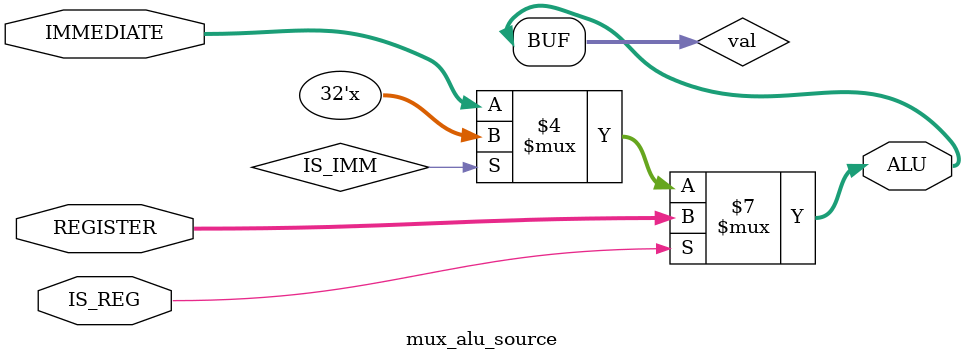
<source format=v>
`timescale 1ns / 1ps
module mux_alu_source(
		input [31:0] REGISTER,
		input [31:0] IMMEDIATE,
		input IS_REG,
		output [31:0] ALU
    );

	reg [31:0] val;
	
	always@(*) begin
		if (IS_REG == 1) begin
			val <= REGISTER;
		end else if (IS_IMM == 0) begin
			val <= IMMEDIATE;
		end
	end
	
	assign ALU = val;

endmodule

</source>
